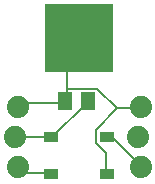
<source format=gbr>
G04 EAGLE Gerber RS-274X export*
G75*
%MOMM*%
%FSLAX34Y34*%
%LPD*%
%INTop Copper*%
%IPPOS*%
%AMOC8*
5,1,8,0,0,1.08239X$1,22.5*%
G01*
%ADD10R,1.300000X1.500000*%
%ADD11C,1.879600*%
%ADD12R,1.295400X0.889000*%
%ADD13R,5.842000X5.842000*%
%ADD14C,0.152400*%


D10*
X83160Y77470D03*
X64160Y77470D03*
D11*
X128270Y72390D03*
X125730Y46990D03*
X128270Y21590D03*
X24130Y72390D03*
X21590Y46990D03*
X24130Y21590D03*
D12*
X99771Y15750D03*
X99771Y47750D03*
X52629Y47750D03*
X52629Y15750D03*
D13*
X76200Y130810D03*
D14*
X51816Y47244D02*
X22860Y47244D01*
X51816Y47244D02*
X52629Y47750D01*
X22860Y47244D02*
X21590Y46990D01*
X53340Y47244D02*
X82296Y76200D01*
X83160Y77470D01*
X53340Y47244D02*
X52629Y47750D01*
X99060Y33528D02*
X99060Y16764D01*
X99060Y33528D02*
X89916Y42672D01*
X89916Y53340D01*
X108204Y71628D01*
X128016Y71628D01*
X99060Y16764D02*
X99771Y15750D01*
X128016Y71628D02*
X128270Y72390D01*
X64008Y76200D02*
X27432Y76200D01*
X24384Y73152D01*
X64008Y76200D02*
X64160Y77470D01*
X24384Y73152D02*
X24130Y72390D01*
X65532Y88392D02*
X65532Y118872D01*
X65532Y88392D02*
X65532Y77724D01*
X65532Y118872D02*
X76200Y129540D01*
X65532Y77724D02*
X64160Y77470D01*
X76200Y129540D02*
X76200Y130810D01*
X91440Y88392D02*
X108204Y71628D01*
X91440Y88392D02*
X65532Y88392D01*
X51816Y16764D02*
X28956Y16764D01*
X24130Y21590D01*
X51816Y16764D02*
X52629Y15750D01*
X100584Y47244D02*
X103632Y47244D01*
X128016Y22860D01*
X100584Y47244D02*
X99771Y47750D01*
X128016Y22860D02*
X128270Y21590D01*
M02*

</source>
